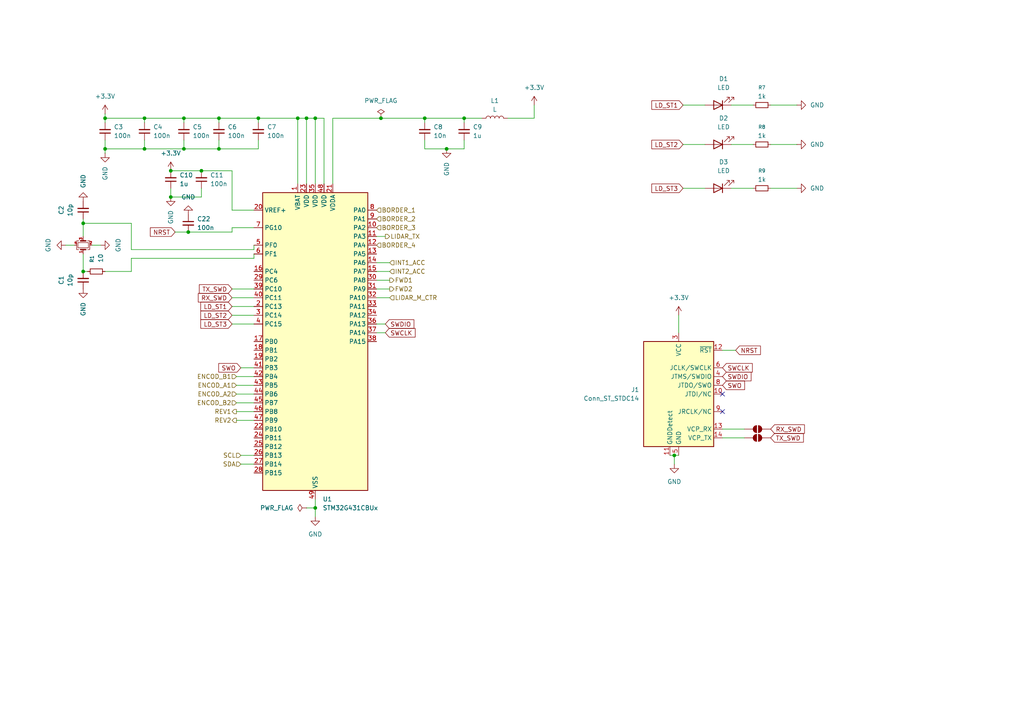
<source format=kicad_sch>
(kicad_sch (version 20250114) (generator "eeschema") (generator_version "9.0")
  (paper "A4")
  (lib_symbols
    (symbol "Connector:Conn_ST_STDC14"
      (property "Reference" "J" (at -8.89 16.51 0))
      (property "Value" "Conn_ST_STDC14" (at 17.78 16.51 0))
      (symbol "Conn_ST_STDC14_0_1"
        (rectangle (start -10.16 15.24) (end 10.16 -15.24) (stroke (width 0.254)) (fill (type background)))
      )
      (symbol "Conn_ST_STDC14_1_1"
        (pin no_connect line (at -10.16 5.08 0) (length 2.54) (hide yes) (name "NC") (number "1"))
        (pin no_connect line (at -10.16 2.54 0) (length 2.54) (hide yes) (name "NC") (number "2"))
        (pin passive line (at -2.54 -17.78 90) (length 2.54) (name "GNDDetect") (number "11"))
        (pin power_in line (at 0 17.78 270) (length 2.54) (name "VCC") (number "3"))
        (pin power_in line (at 0 -17.78 90) (length 2.54) (name "GND") (number "5"))
        (pin passive line (at 0 -17.78 90) (length 2.54) (hide yes) (name "GND") (number "7"))
        (pin open_collector line (at 12.7 12.7 180) (length 2.54) (name "~{RST}") (number "12"))
        (pin output line (at 12.7 7.62 180) (length 2.54) (name "JCLK/SWCLK") (number "6"))
        (pin bidirectional line (at 12.7 5.08 180) (length 2.54) (name "JTMS/SWDIO") (number "4"))
        (pin input line (at 12.7 2.54 180) (length 2.54) (name "JTDO/SWO") (number "8"))
        (pin output line (at 12.7 0 180) (length 2.54) (name "JTDI/NC") (number "10"))
        (pin input line (at 12.7 -5.08 180) (length 2.54) (name "JRCLK/NC") (number "9"))
        (pin output line (at 12.7 -10.16 180) (length 2.54) (name "VCP_RX") (number "13"))
        (pin input line (at 12.7 -12.7 180) (length 2.54) (name "VCP_TX") (number "14"))
      )
    )
    (symbol "Device:C_Small" (pin_numbers (hide yes)) (pin_names (offset 0.254) (hide yes))
      (property "Reference" "C" (at 0.254 1.778 0))
      (property "Value" "C_Small" (at 0.254 -2.032 0))
      (symbol "C_Small_0_1"
        (polyline (pts (xy -1.524 0.508) (xy 1.524 0.508)) (stroke (width 0.3048)))
        (polyline (pts (xy -1.524 -0.508) (xy 1.524 -0.508)) (stroke (width 0.3302)))
      )
      (symbol "C_Small_1_1"
        (pin passive line (at 0 2.54 270) (length 2.032) (name "~") (number "1"))
        (pin passive line (at 0 -2.54 90) (length 2.032) (name "~") (number "2"))
      )
    )
    (symbol "Device:Crystal_GND24_Small" (pin_names (offset 1.016) (hide yes))
      (property "Reference" "Y" (at 1.27 4.445 0))
      (property "Value" "Crystal_GND24_Small" (at 1.27 2.54 0))
      (symbol "Crystal_GND24_Small_0_1"
        (polyline (pts (xy -1.27 1.27) (xy -1.27 1.905) (xy 1.27 1.905) (xy 1.27 1.27)))
        (polyline (pts (xy -1.27 -0.762) (xy -1.27 0.762)) (stroke (width 0.381)))
        (polyline (pts (xy -1.27 -1.27) (xy -1.27 -1.905) (xy 1.27 -1.905) (xy 1.27 -1.27)))
        (rectangle (start -0.762 -1.524) (end 0.762 1.524))
        (polyline (pts (xy 1.27 -0.762) (xy 1.27 0.762)) (stroke (width 0.381)))
      )
      (symbol "Crystal_GND24_Small_1_1"
        (pin passive line (at -2.54 0 0) (length 1.27) (name "1") (number "1"))
        (pin passive line (at 0 2.54 270) (length 0.635) (name "4") (number "4"))
        (pin passive line (at 0 -2.54 90) (length 0.635) (name "2") (number "2"))
        (pin passive line (at 2.54 0 180) (length 1.27) (name "3") (number "3"))
      )
    )
    (symbol "Device:L" (pin_numbers (hide yes)) (pin_names (offset 1.016) (hide yes))
      (property "Reference" "L" (at -1.27 0 90))
      (property "Value" "L" (at 1.905 0 90))
      (symbol "L_0_1"
        (arc (start 0 2.54) (mid 0.6323 1.905) (end 0 1.27))
        (arc (start 0 1.27) (mid 0.6323 0.635) (end 0 0))
        (arc (start 0 0) (mid 0.6323 -0.635) (end 0 -1.27))
        (arc (start 0 -1.27) (mid 0.6323 -1.905) (end 0 -2.54))
      )
      (symbol "L_1_1"
        (pin passive line (at 0 3.81 270) (length 1.27) (name "1") (number "1"))
        (pin passive line (at 0 -3.81 90) (length 1.27) (name "2") (number "2"))
      )
    )
    (symbol "Device:LED" (pin_numbers (hide yes)) (pin_names (offset 1.016) (hide yes))
      (property "Reference" "D" (at 0 2.54 0))
      (property "Value" "LED" (at 0 -2.54 0))
      (symbol "LED_0_1"
        (polyline (pts (xy -3.048 -0.762) (xy -4.572 -2.286) (xy -3.81 -2.286) (xy -4.572 -2.286) (xy -4.572 -1.524)))
        (polyline (pts (xy -1.778 -0.762) (xy -3.302 -2.286) (xy -2.54 -2.286) (xy -3.302 -2.286) (xy -3.302 -1.524)))
        (polyline (pts (xy -1.27 0) (xy 1.27 0)))
        (polyline (pts (xy -1.27 -1.27) (xy -1.27 1.27)) (stroke (width 0.254)))
        (polyline (pts (xy 1.27 -1.27) (xy 1.27 1.27) (xy -1.27 0) (xy 1.27 -1.27)) (stroke (width 0.254)))
      )
      (symbol "LED_1_1"
        (pin passive line (at -3.81 0 0) (length 2.54) (name "K") (number "1"))
        (pin passive line (at 3.81 0 180) (length 2.54) (name "A") (number "2"))
      )
    )
    (symbol "Device:R_Small" (pin_numbers (hide yes)) (pin_names (offset 0.254) (hide yes))
      (property "Reference" "R" (at 0 0 90))
      (property "Value" "R_Small" (at 1.778 0 90))
      (symbol "R_Small_0_1"
        (rectangle (start -0.762 1.778) (end 0.762 -1.778) (stroke (width 0.2032)))
      )
      (symbol "R_Small_1_1"
        (pin passive line (at 0 2.54 270) (length 0.762) (name "~") (number "1"))
        (pin passive line (at 0 -2.54 90) (length 0.762) (name "~") (number "2"))
      )
    )
    (symbol "Jumper:SolderJumper_2_Open" (pin_numbers (hide yes)) (pin_names (offset 0) (hide yes)) (in_bom no)
      (property "Reference" "JP" (at 0 2.032 0))
      (property "Value" "SolderJumper_2_Open" (at 0 -2.54 0))
      (symbol "SolderJumper_2_Open_0_1"
        (polyline (pts (xy -0.254 1.016) (xy -0.254 -1.016)))
        (arc (start -0.254 -1.016) (mid -1.2656 0) (end -0.254 1.016))
        (arc (start -0.254 -1.016) (mid -1.2656 0) (end -0.254 1.016) (fill (type outline)))
        (arc (start 0.254 1.016) (mid 1.2656 0) (end 0.254 -1.016))
        (arc (start 0.254 1.016) (mid 1.2656 0) (end 0.254 -1.016) (fill (type outline)))
        (polyline (pts (xy 0.254 1.016) (xy 0.254 -1.016)))
      )
      (symbol "SolderJumper_2_Open_1_1"
        (pin passive line (at -3.81 0 0) (length 2.54) (name "A") (number "1"))
        (pin passive line (at 3.81 0 180) (length 2.54) (name "B") (number "2"))
      )
    )
    (symbol "MCU_ST_STM32G4:STM32G431CBUx"
      (property "Reference" "U" (at -15.24 44.45 0))
      (property "Value" "STM32G431CBUx" (at 7.62 44.45 0))
      (symbol "STM32G431CBUx_0_1"
        (rectangle (start -15.24 -43.18) (end 15.24 43.18) (stroke (width 0.254)) (fill (type background)))
      )
      (symbol "STM32G431CBUx_1_1"
        (pin input line (at -17.78 38.1 0) (length 2.54) (name "VREF+") (number "20"))
        (pin bidirectional line (at -17.78 33.02 0) (length 2.54) (name "PG10") (number "7"))
        (pin bidirectional line (at -17.78 27.94 0) (length 2.54) (name "PF0") (number "5"))
        (pin bidirectional line (at -17.78 25.4 0) (length 2.54) (name "PF1") (number "6"))
        (pin bidirectional line (at -17.78 20.32 0) (length 2.54) (name "PC4") (number "16"))
        (pin bidirectional line (at -17.78 17.78 0) (length 2.54) (name "PC6") (number "29"))
        (pin bidirectional line (at -17.78 15.24 0) (length 2.54) (name "PC10") (number "39"))
        (pin bidirectional line (at -17.78 12.7 0) (length 2.54) (name "PC11") (number "40"))
        (pin bidirectional line (at -17.78 10.16 0) (length 2.54) (name "PC13") (number "2"))
        (pin bidirectional line (at -17.78 7.62 0) (length 2.54) (name "PC14") (number "3"))
        (pin bidirectional line (at -17.78 5.08 0) (length 2.54) (name "PC15") (number "4"))
        (pin bidirectional line (at -17.78 0 0) (length 2.54) (name "PB0") (number "17"))
        (pin bidirectional line (at -17.78 -2.54 0) (length 2.54) (name "PB1") (number "18"))
        (pin bidirectional line (at -17.78 -5.08 0) (length 2.54) (name "PB2") (number "19"))
        (pin bidirectional line (at -17.78 -7.62 0) (length 2.54) (name "PB3") (number "41"))
        (pin bidirectional line (at -17.78 -10.16 0) (length 2.54) (name "PB4") (number "42"))
        (pin bidirectional line (at -17.78 -12.7 0) (length 2.54) (name "PB5") (number "43"))
        (pin bidirectional line (at -17.78 -15.24 0) (length 2.54) (name "PB6") (number "44"))
        (pin bidirectional line (at -17.78 -17.78 0) (length 2.54) (name "PB7") (number "45"))
        (pin bidirectional line (at -17.78 -20.32 0) (length 2.54) (name "PB8") (number "46"))
        (pin bidirectional line (at -17.78 -22.86 0) (length 2.54) (name "PB9") (number "47"))
        (pin bidirectional line (at -17.78 -25.4 0) (length 2.54) (name "PB10") (number "22"))
        (pin bidirectional line (at -17.78 -27.94 0) (length 2.54) (name "PB11") (number "24"))
        (pin bidirectional line (at -17.78 -30.48 0) (length 2.54) (name "PB12") (number "25"))
        (pin bidirectional line (at -17.78 -33.02 0) (length 2.54) (name "PB13") (number "26"))
        (pin bidirectional line (at -17.78 -35.56 0) (length 2.54) (name "PB14") (number "27"))
        (pin bidirectional line (at -17.78 -38.1 0) (length 2.54) (name "PB15") (number "28"))
        (pin power_in line (at -5.08 45.72 270) (length 2.54) (name "VBAT") (number "1"))
        (pin power_in line (at -2.54 45.72 270) (length 2.54) (name "VDD") (number "23"))
        (pin power_in line (at 0 45.72 270) (length 2.54) (name "VDD") (number "35"))
        (pin power_in line (at 0 -45.72 90) (length 2.54) (name "VSS") (number "49"))
        (pin power_in line (at 2.54 45.72 270) (length 2.54) (name "VDD") (number "48"))
        (pin power_in line (at 5.08 45.72 270) (length 2.54) (name "VDDA") (number "21"))
        (pin bidirectional line (at 17.78 38.1 180) (length 2.54) (name "PA0") (number "8"))
        (pin bidirectional line (at 17.78 35.56 180) (length 2.54) (name "PA1") (number "9"))
        (pin bidirectional line (at 17.78 33.02 180) (length 2.54) (name "PA2") (number "10"))
        (pin bidirectional line (at 17.78 30.48 180) (length 2.54) (name "PA3") (number "11"))
        (pin bidirectional line (at 17.78 27.94 180) (length 2.54) (name "PA4") (number "12"))
        (pin bidirectional line (at 17.78 25.4 180) (length 2.54) (name "PA5") (number "13"))
        (pin bidirectional line (at 17.78 22.86 180) (length 2.54) (name "PA6") (number "14"))
        (pin bidirectional line (at 17.78 20.32 180) (length 2.54) (name "PA7") (number "15"))
        (pin bidirectional line (at 17.78 17.78 180) (length 2.54) (name "PA8") (number "30"))
        (pin bidirectional line (at 17.78 15.24 180) (length 2.54) (name "PA9") (number "31"))
        (pin bidirectional line (at 17.78 12.7 180) (length 2.54) (name "PA10") (number "32"))
        (pin bidirectional line (at 17.78 10.16 180) (length 2.54) (name "PA11") (number "33"))
        (pin bidirectional line (at 17.78 7.62 180) (length 2.54) (name "PA12") (number "34"))
        (pin bidirectional line (at 17.78 5.08 180) (length 2.54) (name "PA13") (number "36"))
        (pin bidirectional line (at 17.78 2.54 180) (length 2.54) (name "PA14") (number "37"))
        (pin bidirectional line (at 17.78 0 180) (length 2.54) (name "PA15") (number "38"))
      )
    )
    (symbol "power:+3.3V" (power) (pin_numbers (hide yes)) (pin_names (offset 0) (hide yes))
      (property "Value" "+3.3V" (at 0 3.556 0))
      (symbol "+3.3V_0_1"
        (polyline (pts (xy -0.762 1.27) (xy 0 2.54)))
        (polyline (pts (xy 0 2.54) (xy 0.762 1.27)))
        (polyline (pts (xy 0 0) (xy 0 2.54)))
      )
      (symbol "+3.3V_1_1"
        (pin power_in line (at 0 0 90) (length 0) (name "~") (number "1"))
      )
    )
    (symbol "power:GND" (power) (pin_numbers (hide yes)) (pin_names (offset 0) (hide yes))
      (property "Value" "GND" (at 0 -3.81 0))
      (symbol "GND_0_1"
        (polyline (pts (xy 0 0) (xy 0 -1.27) (xy 1.27 -1.27) (xy 0 -2.54) (xy -1.27 -1.27) (xy 0 -1.27)))
      )
      (symbol "GND_1_1"
        (pin power_in line (at 0 0 270) (length 0) (name "~") (number "1"))
      )
    )
    (symbol "power:PWR_FLAG" (power) (pin_numbers (hide yes)) (pin_names (offset 0) (hide yes))
      (property "Value" "PWR_FLAG" (at 0 3.81 0))
      (symbol "PWR_FLAG_0_0"
        (pin power_out line (at 0 0 90) (length 0) (name "~") (number "1"))
      )
      (symbol "PWR_FLAG_0_1"
        (polyline (pts (xy 0 0) (xy 0 1.27) (xy -1.016 1.905) (xy 0 2.54) (xy 1.016 1.905) (xy 0 1.27)))
      )
    )
  )
  (junction (at 91.44 34.29))
  (junction (at 74.93 34.29))
  (junction (at 54.61 67.31))
  (junction (at 24.13 64.77))
  (junction (at 53.34 43.18))
  (junction (at 30.48 43.18))
  (junction (at 129.54 43.18))
  (junction (at 49.53 49.53))
  (junction (at 41.91 34.29))
  (junction (at 91.44 147.32))
  (junction (at 49.53 57.15))
  (junction (at 123.19 34.29))
  (junction (at 195.58 132.08))
  (junction (at 63.5 43.18))
  (junction (at 88.9 34.29))
  (junction (at 24.13 78.74))
  (junction (at 134.62 34.29))
  (junction (at 86.36 34.29))
  (junction (at 63.5 34.29))
  (junction (at 30.48 34.29))
  (junction (at 58.42 49.53))
  (junction (at 53.34 34.29))
  (junction (at 110.49 34.29))
  (junction (at 41.91 43.18))
  (no_connect (at 209.55 114.3))
  (no_connect (at 209.55 119.38))
  (wire (pts (xy 68.58 114.3) (xy 73.66 114.3)))
  (wire (pts (xy 69.85 132.08) (xy 73.66 132.08)))
  (wire (pts (xy 109.22 83.82) (xy 113.03 83.82)))
  (wire (pts (xy 110.49 34.29) (xy 123.19 34.29)))
  (wire (pts (xy 74.93 40.64) (xy 74.93 43.18)))
  (wire (pts (xy 53.34 35.56) (xy 53.34 34.29)))
  (wire (pts (xy 41.91 35.56) (xy 41.91 34.29)))
  (wire (pts (xy 30.48 34.29) (xy 30.48 35.56)))
  (wire (pts (xy 109.22 78.74) (xy 113.03 78.74)))
  (wire (pts (xy 74.93 35.56) (xy 74.93 34.29)))
  (wire (pts (xy 68.58 109.22) (xy 73.66 109.22)))
  (wire (pts (xy 123.19 34.29) (xy 134.62 34.29)))
  (wire (pts (xy 154.94 34.29) (xy 147.32 34.29)))
  (wire (pts (xy 212.09 41.91) (xy 218.44 41.91)))
  (wire (pts (xy 21.59 71.12) (xy 19.05 71.12)))
  (wire (pts (xy 123.19 40.64) (xy 123.19 43.18)))
  (wire (pts (xy 74.93 34.29) (xy 86.36 34.29)))
  (wire (pts (xy 30.48 33.02) (xy 30.48 34.29)))
  (wire (pts (xy 69.85 134.62) (xy 73.66 134.62)))
  (wire (pts (xy 109.22 81.28) (xy 113.03 81.28)))
  (wire (pts (xy 154.94 30.48) (xy 154.94 34.29)))
  (wire (pts (xy 209.55 101.6) (xy 213.36 101.6)))
  (wire (pts (xy 198.12 41.91) (xy 204.47 41.91)))
  (wire (pts (xy 223.52 30.48) (xy 231.14 30.48)))
  (wire (pts (xy 134.62 34.29) (xy 139.7 34.29)))
  (wire (pts (xy 223.52 54.61) (xy 231.14 54.61)))
  (wire (pts (xy 195.58 132.08) (xy 195.58 134.62)))
  (wire (pts (xy 198.12 30.48) (xy 204.47 30.48)))
  (wire (pts (xy 53.34 34.29) (xy 63.5 34.29)))
  (wire (pts (xy 26.67 71.12) (xy 29.21 71.12)))
  (wire (pts (xy 123.19 43.18) (xy 129.54 43.18)))
  (wire (pts (xy 53.34 40.64) (xy 53.34 43.18)))
  (wire (pts (xy 24.13 63.5) (xy 24.13 64.77)))
  (wire (pts (xy 69.85 106.68) (xy 73.66 106.68)))
  (wire (pts (xy 109.22 86.36) (xy 113.03 86.36)))
  (wire (pts (xy 30.48 34.29) (xy 41.91 34.29)))
  (wire (pts (xy 30.48 78.74) (xy 38.1 78.74)))
  (wire (pts (xy 49.53 49.53) (xy 58.42 49.53)))
  (wire (pts (xy 96.52 34.29) (xy 110.49 34.29)))
  (wire (pts (xy 96.52 53.34) (xy 96.52 34.29)))
  (wire (pts (xy 195.58 132.08) (xy 196.85 132.08)))
  (wire (pts (xy 67.31 66.04) (xy 67.31 67.31)))
  (wire (pts (xy 109.22 96.52) (xy 111.76 96.52)))
  (wire (pts (xy 123.19 34.29) (xy 123.19 35.56)))
  (wire (pts (xy 134.62 35.56) (xy 134.62 34.29)))
  (wire (pts (xy 38.1 74.93) (xy 73.66 74.93)))
  (wire (pts (xy 88.9 34.29) (xy 88.9 53.34)))
  (wire (pts (xy 41.91 34.29) (xy 53.34 34.29)))
  (wire (pts (xy 67.31 60.96) (xy 73.66 60.96)))
  (wire (pts (xy 58.42 54.61) (xy 58.42 57.15)))
  (wire (pts (xy 134.62 43.18) (xy 129.54 43.18)))
  (wire (pts (xy 134.62 40.64) (xy 134.62 43.18)))
  (wire (pts (xy 24.13 78.74) (xy 25.4 78.74)))
  (wire (pts (xy 109.22 93.98) (xy 111.76 93.98)))
  (wire (pts (xy 63.5 40.64) (xy 63.5 43.18)))
  (wire (pts (xy 41.91 43.18) (xy 53.34 43.18)))
  (wire (pts (xy 91.44 147.32) (xy 91.44 149.86)))
  (wire (pts (xy 30.48 43.18) (xy 30.48 44.45)))
  (wire (pts (xy 67.31 67.31) (xy 54.61 67.31)))
  (wire (pts (xy 67.31 60.96) (xy 67.31 49.53)))
  (wire (pts (xy 73.66 72.39) (xy 73.66 71.12)))
  (wire (pts (xy 38.1 72.39) (xy 38.1 64.77)))
  (wire (pts (xy 50.8 67.31) (xy 54.61 67.31)))
  (wire (pts (xy 68.58 111.76) (xy 73.66 111.76)))
  (wire (pts (xy 63.5 34.29) (xy 74.93 34.29)))
  (wire (pts (xy 212.09 54.61) (xy 218.44 54.61)))
  (wire (pts (xy 67.31 93.98) (xy 73.66 93.98)))
  (wire (pts (xy 38.1 72.39) (xy 73.66 72.39)))
  (wire (pts (xy 68.58 121.92) (xy 73.66 121.92)))
  (wire (pts (xy 212.09 30.48) (xy 218.44 30.48)))
  (wire (pts (xy 67.31 86.36) (xy 73.66 86.36)))
  (wire (pts (xy 38.1 64.77) (xy 24.13 64.77)))
  (wire (pts (xy 109.22 68.58) (xy 111.76 68.58)))
  (wire (pts (xy 91.44 144.78) (xy 91.44 147.32)))
  (wire (pts (xy 93.98 34.29) (xy 91.44 34.29)))
  (wire (pts (xy 41.91 43.18) (xy 30.48 43.18)))
  (wire (pts (xy 63.5 35.56) (xy 63.5 34.29)))
  (wire (pts (xy 24.13 78.74) (xy 24.13 73.66)))
  (wire (pts (xy 91.44 34.29) (xy 91.44 53.34)))
  (wire (pts (xy 67.31 88.9) (xy 73.66 88.9)))
  (wire (pts (xy 86.36 34.29) (xy 86.36 53.34)))
  (wire (pts (xy 67.31 83.82) (xy 73.66 83.82)))
  (wire (pts (xy 24.13 64.77) (xy 24.13 68.58)))
  (wire (pts (xy 67.31 49.53) (xy 58.42 49.53)))
  (wire (pts (xy 74.93 43.18) (xy 63.5 43.18)))
  (wire (pts (xy 53.34 43.18) (xy 63.5 43.18)))
  (wire (pts (xy 88.9 147.32) (xy 91.44 147.32)))
  (wire (pts (xy 41.91 40.64) (xy 41.91 43.18)))
  (wire (pts (xy 91.44 34.29) (xy 88.9 34.29)))
  (wire (pts (xy 68.58 119.38) (xy 73.66 119.38)))
  (wire (pts (xy 30.48 40.64) (xy 30.48 43.18)))
  (wire (pts (xy 68.58 116.84) (xy 73.66 116.84)))
  (wire (pts (xy 49.53 54.61) (xy 49.53 57.15)))
  (wire (pts (xy 209.55 127) (xy 215.9 127)))
  (wire (pts (xy 93.98 53.34) (xy 93.98 34.29)))
  (wire (pts (xy 86.36 34.29) (xy 88.9 34.29)))
  (wire (pts (xy 223.52 41.91) (xy 231.14 41.91)))
  (wire (pts (xy 198.12 54.61) (xy 204.47 54.61)))
  (wire (pts (xy 67.31 91.44) (xy 73.66 91.44)))
  (wire (pts (xy 209.55 124.46) (xy 215.9 124.46)))
  (wire (pts (xy 109.22 76.2) (xy 113.03 76.2)))
  (wire (pts (xy 196.85 91.44) (xy 196.85 96.52)))
  (wire (pts (xy 73.66 74.93) (xy 73.66 73.66)))
  (wire (pts (xy 73.66 66.04) (xy 67.31 66.04)))
  (wire (pts (xy 194.31 132.08) (xy 195.58 132.08)))
  (wire (pts (xy 58.42 57.15) (xy 49.53 57.15)))
  (wire (pts (xy 38.1 78.74) (xy 38.1 74.93)))
  (global_label "TX_SWD" (shape input) (at 223.52 127 0) (property "Intersheetrefs" "${INTERSHEET_REFS}" (effects (hide yes))))
  (global_label "NRST" (shape input) (at 213.36 101.6 0) (property "Intersheetrefs" "${INTERSHEET_REFS}" (effects (hide yes))))
  (global_label "SWDIO" (shape input) (at 209.55 109.22 0) (property "Intersheetrefs" "${INTERSHEET_REFS}" (effects (hide yes))))
  (global_label "SWCLK" (shape input) (at 209.55 106.68 0) (property "Intersheetrefs" "${INTERSHEET_REFS}" (effects (hide yes))))
  (global_label "LD_ST3" (shape input) (at 198.12 54.61 180) (property "Intersheetrefs" "${INTERSHEET_REFS}" (effects (hide yes))))
  (global_label "RX_SWD" (shape input) (at 67.31 86.36 180) (property "Intersheetrefs" "${INTERSHEET_REFS}" (effects (hide yes))))
  (global_label "SWCLK" (shape input) (at 111.76 96.52 0) (property "Intersheetrefs" "${INTERSHEET_REFS}" (effects (hide yes))))
  (global_label "LD_ST2" (shape input) (at 198.12 41.91 180) (property "Intersheetrefs" "${INTERSHEET_REFS}" (effects (hide yes))))
  (global_label "SWO" (shape input) (at 69.85 106.68 180) (property "Intersheetrefs" "${INTERSHEET_REFS}" (effects (hide yes))))
  (global_label "TX_SWD" (shape input) (at 67.31 83.82 180) (property "Intersheetrefs" "${INTERSHEET_REFS}" (effects (hide yes))))
  (global_label "LD_ST2" (shape input) (at 67.31 91.44 180) (property "Intersheetrefs" "${INTERSHEET_REFS}" (effects (hide yes))))
  (global_label "SWDIO" (shape input) (at 111.76 93.98 0) (property "Intersheetrefs" "${INTERSHEET_REFS}" (effects (hide yes))))
  (global_label "LD_ST1" (shape input) (at 198.12 30.48 180) (property "Intersheetrefs" "${INTERSHEET_REFS}" (effects (hide yes))))
  (global_label "LD_ST3" (shape input) (at 67.31 93.98 180) (property "Intersheetrefs" "${INTERSHEET_REFS}" (effects (hide yes))))
  (global_label "SWO" (shape input) (at 209.55 111.76 0) (property "Intersheetrefs" "${INTERSHEET_REFS}" (effects (hide yes))))
  (global_label "NRST" (shape input) (at 50.8 67.31 180) (property "Intersheetrefs" "${INTERSHEET_REFS}" (effects (hide yes))))
  (global_label "RX_SWD" (shape input) (at 223.52 124.46 0) (property "Intersheetrefs" "${INTERSHEET_REFS}" (effects (hide yes))))
  (global_label "LD_ST1" (shape input) (at 67.31 88.9 180) (property "Intersheetrefs" "${INTERSHEET_REFS}" (effects (hide yes))))
  (hierarchical_label "ENCOD_A2" (shape input) (at 68.58 114.3 180))
  (hierarchical_label "ENCOD_B1" (shape input) (at 68.58 109.22 180))
  (hierarchical_label "FWD1" (shape output) (at 113.03 81.28 0))
  (hierarchical_label "BORDER_1" (shape input) (at 109.22 60.96 0))
  (hierarchical_label "BORDER_3" (shape input) (at 109.22 66.04 0))
  (hierarchical_label "ENCOD_A1" (shape input) (at 68.58 111.76 180))
  (hierarchical_label "LIDAR_TX" (shape output) (at 111.76 68.58 0))
  (hierarchical_label "SCL" (shape input) (at 69.85 132.08 180))
  (hierarchical_label "BORDER_4" (shape input) (at 109.22 71.12 0))
  (hierarchical_label "FWD2" (shape output) (at 113.03 83.82 0))
  (hierarchical_label "LIDAR_M_CTR" (shape input) (at 113.03 86.36 0))
  (hierarchical_label "SDA" (shape input) (at 69.85 134.62 180))
  (hierarchical_label "REV1" (shape output) (at 68.58 119.38 180))
  (hierarchical_label "REV2" (shape output) (at 68.58 121.92 180))
  (hierarchical_label "INT2_ACC" (shape input) (at 113.03 78.74 0))
  (hierarchical_label "BORDER_2" (shape input) (at 109.22 63.5 0))
  (hierarchical_label "ENCOD_B2" (shape input) (at 68.58 116.84 180))
  (hierarchical_label "INT1_ACC" (shape input) (at 113.03 76.2 0))
  (symbol (lib_id "power:GND") (at 195.58 134.62 0) (unit 1)
    (property "Reference" "#PWR013" (effects (hide yes)))
    (property "Value" "GND" (at 195.58 139.7 0))
    (property "Description" "Power symbol creates a global label with name \"GND\" , ground" (effects (hide yes)))
  )
  (symbol (lib_id "Jumper:SolderJumper_2_Open") (at 219.71 124.46 0) (unit 1) (in_bom no)
    (property "Reference" "JP1" (effects (hide yes)))
    (property "Value" "SolderJumper_2_Open" (effects (hide yes)))
    (property "Footprint" "Jumper:SolderJumper-2_P1.3mm_Open_RoundedPad1.0x1.5mm" (effects (hide yes)))
    (property "Description" "Solder Jumper, 2-pole, open" (effects (hide yes)))
  )
  (symbol (lib_id "Device:C_Small") (at 123.19 38.1 180) (unit 1)
    (property "Reference" "C8" (at 125.73 36.8235 0) (effects (justify right)))
    (property "Value" "10n" (at 125.73 39.3635 0) (effects (justify right)))
    (property "Footprint" "Capacitor_SMD:C_0402_1005Metric" (effects (hide yes)))
    (property "Description" "Unpolarized capacitor, small symbol" (effects (hide yes)))
  )
  (symbol (lib_id "power:PWR_FLAG") (at 110.49 34.29 0) (unit 1)
    (property "Reference" "#FLG02" (effects (hide yes)))
    (property "Value" "PWR_FLAG" (at 110.49 29.21 0))
    (property "Description" "Special symbol for telling ERC where power comes from" (effects (hide yes)))
  )
  (symbol (lib_id "Device:R_Small") (at 27.94 78.74 90) (unit 1)
    (property "Reference" "R1" (at 26.6699 76.2 0) (effects (font (size 1.016 1.016)) (justify left)))
    (property "Value" "10" (at 29.2099 76.2 0) (effects (justify left)))
    (property "Footprint" "Resistor_SMD:R_0402_1005Metric" (effects (hide yes)))
    (property "Description" "Resistor, small symbol" (effects (hide yes)))
  )
  (symbol (lib_id "Device:C_Small") (at 41.91 38.1 180) (unit 1)
    (property "Reference" "C4" (at 44.45 36.8235 0) (effects (justify right)))
    (property "Value" "100n" (at 44.45 39.3635 0) (effects (justify right)))
    (property "Footprint" "Capacitor_SMD:C_0402_1005Metric" (effects (hide yes)))
    (property "Description" "Unpolarized capacitor, small symbol" (effects (hide yes)))
  )
  (symbol (lib_id "Device:L") (at 143.51 34.29 90) (unit 1)
    (property "Reference" "L1" (at 143.51 29.21 90))
    (property "Value" "L" (at 143.51 31.75 90))
    (property "Description" "Inductor" (effects (hide yes)))
  )
  (symbol (lib_id "power:GND") (at 30.48 44.45 0) (unit 1)
    (property "Reference" "#PWR09" (effects (hide yes)))
    (property "Value" "GND" (at 30.4799 48.26 90) (effects (justify right)))
    (property "Description" "Power symbol creates a global label with name \"GND\" , ground" (effects (hide yes)))
  )
  (symbol (lib_id "Device:R_Small") (at 220.98 54.61 90) (unit 1)
    (property "Reference" "R9" (at 220.98 49.53 90) (effects (font (size 1.016 1.016))))
    (property "Value" "1k" (at 220.98 52.07 90))
    (property "Description" "Resistor, small symbol" (effects (hide yes)))
  )
  (symbol (lib_id "power:GND") (at 231.14 30.48 90) (unit 1)
    (property "Reference" "#PWR036" (effects (hide yes)))
    (property "Value" "GND" (at 234.95 30.4799 90) (effects (justify right)))
    (property "Description" "Power symbol creates a global label with name \"GND\" , ground" (effects (hide yes)))
  )
  (symbol (lib_id "power:GND") (at 129.54 43.18 0) (unit 1)
    (property "Reference" "#PWR08" (effects (hide yes)))
    (property "Value" "GND" (at 129.5399 46.99 90) (effects (justify right)))
    (property "Description" "Power symbol creates a global label with name \"GND\" , ground" (effects (hide yes)))
  )
  (symbol (lib_id "Device:C_Small") (at 58.42 52.07 180) (unit 1)
    (property "Reference" "C11" (at 60.96 50.7935 0) (effects (justify right)))
    (property "Value" "100n" (at 60.96 53.3335 0) (effects (justify right)))
    (property "Footprint" "Capacitor_SMD:C_0402_1005Metric" (effects (hide yes)))
    (property "Description" "Unpolarized capacitor, small symbol" (effects (hide yes)))
  )
  (symbol (lib_id "Device:C_Small") (at 63.5 38.1 180) (unit 1)
    (property "Reference" "C6" (at 66.04 36.8235 0) (effects (justify right)))
    (property "Value" "100n" (at 66.04 39.3635 0) (effects (justify right)))
    (property "Footprint" "Capacitor_SMD:C_0402_1005Metric" (effects (hide yes)))
    (property "Description" "Unpolarized capacitor, small symbol" (effects (hide yes)))
  )
  (symbol (lib_id "Device:LED") (at 208.28 30.48 180) (unit 1)
    (property "Reference" "D1" (at 209.8675 22.86 0))
    (property "Value" "LED" (at 209.8675 25.4 0))
    (property "Description" "Light emitting diode" (effects (hide yes)))
    (property "Sim.Pins" "1=K 2=A" (effects (hide yes)))
  )
  (symbol (lib_id "Device:C_Small") (at 53.34 38.1 180) (unit 1)
    (property "Reference" "C5" (at 55.88 36.8235 0) (effects (justify right)))
    (property "Value" "100n" (at 55.88 39.3635 0) (effects (justify right)))
    (property "Footprint" "Capacitor_SMD:C_0402_1005Metric" (effects (hide yes)))
    (property "Description" "Unpolarized capacitor, small symbol" (effects (hide yes)))
  )
  (symbol (lib_id "power:GND") (at 24.13 58.42 180) (unit 1)
    (property "Reference" "#PWR04" (effects (hide yes)))
    (property "Value" "GND" (at 24.1299 54.61 90) (effects (justify right)))
    (property "Description" "Power symbol creates a global label with name \"GND\" , ground" (effects (hide yes)))
  )
  (symbol (lib_id "Device:C_Small") (at 134.62 38.1 180) (unit 1)
    (property "Reference" "C9" (at 137.16 36.8235 0) (effects (justify right)))
    (property "Value" "1u" (at 137.16 39.3635 0) (effects (justify right)))
    (property "Footprint" "Capacitor_SMD:C_0402_1005Metric" (effects (hide yes)))
    (property "Description" "Unpolarized capacitor, small symbol" (effects (hide yes)))
  )
  (symbol (lib_id "power:PWR_FLAG") (at 88.9 147.32 90) (unit 1)
    (property "Reference" "#FLG01" (effects (hide yes)))
    (property "Value" "PWR_FLAG" (at 85.09 147.3199 90) (effects (justify left)))
    (property "Description" "Special symbol for telling ERC where power comes from" (effects (hide yes)))
  )
  (symbol (lib_id "Connector:Conn_ST_STDC14") (at 196.85 114.3 0) (unit 1)
    (property "Reference" "J1" (at 185.42 113.0299 0) (effects (justify right)))
    (property "Value" "Conn_ST_STDC14" (at 185.42 115.5699 0) (effects (justify right)))
    (property "Footprint" "Connector_PinHeader_1.27mm:PinHeader_2x07_P1.27mm_Vertical_SMD" (effects (hide yes)))
    (property "Datasheet" "https://www.st.com/content/ccc/resource/technical/document/user_manual/group1/99/49/91/b6/b2/3a/46/e5/DM00526767/files/DM00526767.pdf/jcr:content/translations/en.DM00526767.pdf" (effects (hide yes)))
    (property "Description" "ST Debug Connector, standard ARM Cortex-M SWD and JTAG interface plus UART" (effects (hide yes)))
  )
  (symbol (lib_id "power:GND") (at 54.61 62.23 180) (unit 1)
    (property "Reference" "#PWR042" (effects (hide yes)))
    (property "Value" "GND" (at 54.61 57.15 0))
    (property "Description" "Power symbol creates a global label with name \"GND\" , ground" (effects (hide yes)))
  )
  (symbol (lib_id "Device:C_Small") (at 49.53 52.07 180) (unit 1)
    (property "Reference" "C10" (at 52.07 50.7935 0) (effects (justify right)))
    (property "Value" "1u" (at 52.07 53.3335 0) (effects (justify right)))
    (property "Footprint" "Capacitor_SMD:C_0402_1005Metric" (effects (hide yes)))
    (property "Description" "Unpolarized capacitor, small symbol" (effects (hide yes)))
  )
  (symbol (lib_id "power:GND") (at 91.44 149.86 0) (unit 1)
    (property "Reference" "#PWR01" (effects (hide yes)))
    (property "Value" "GND" (at 91.44 154.94 0))
    (property "Description" "Power symbol creates a global label with name \"GND\" , ground" (effects (hide yes)))
  )
  (symbol (lib_id "MCU_ST_STM32G4:STM32G431CBUx") (at 91.44 99.06 0) (unit 1)
    (property "Reference" "U1" (at 93.5833 144.78 0) (effects (justify left)))
    (property "Value" "STM32G431CBUx" (at 93.5833 147.32 0) (effects (justify left)))
    (property "Footprint" "Package_DFN_QFN:QFN-48-1EP_7x7mm_P0.5mm_EP5.6x5.6mm" (effects (hide yes)))
    (property "Datasheet" "https://www.st.com/resource/en/datasheet/stm32g431cb.pdf" (effects (hide yes)))
    (property "Description" "STMicroelectronics Arm Cortex-M4 MCU, 128KB flash, 32KB RAM, 170 MHz, 1.71-3.6V, 42 GPIO, UFQFPN48" (effects (hide yes)))
  )
  (symbol (lib_id "Device:C_Small") (at 24.13 81.28 180) (unit 1)
    (property "Reference" "C1" (at 17.78 81.2737 90))
    (property "Value" "10p" (at 20.32 81.2737 90))
    (property "Footprint" "Capacitor_SMD:C_0402_1005Metric" (effects (hide yes)))
    (property "Description" "Unpolarized capacitor, small symbol" (effects (hide yes)))
  )
  (symbol (lib_id "power:GND") (at 49.53 57.15 0) (unit 1)
    (property "Reference" "#PWR011" (effects (hide yes)))
    (property "Value" "GND" (at 49.5299 60.96 90) (effects (justify right)))
    (property "Description" "Power symbol creates a global label with name \"GND\" , ground" (effects (hide yes)))
  )
  (symbol (lib_id "Device:Crystal_GND24_Small") (at 24.13 71.12 90) (unit 1)
    (property "Reference" "Y1" (effects (hide yes)))
    (property "Value" "Crystal_GND24_Small" (effects (hide yes)))
    (property "Footprint" "Crystal:Crystal_SMD_EuroQuartz_MT-4Pin_3.2x2.5mm" (effects (hide yes)))
    (property "Description" "Four pin crystal, GND on pins 2 and 4, small symbol" (effects (hide yes)))
  )
  (symbol (lib_id "Device:LED") (at 208.28 41.91 180) (unit 1)
    (property "Reference" "D2" (at 209.8675 34.29 0))
    (property "Value" "LED" (at 209.8675 36.83 0))
    (property "Description" "Light emitting diode" (effects (hide yes)))
    (property "Sim.Pins" "1=K 2=A" (effects (hide yes)))
  )
  (symbol (lib_id "power:GND") (at 231.14 54.61 90) (unit 1)
    (property "Reference" "#PWR038" (effects (hide yes)))
    (property "Value" "GND" (at 234.95 54.6099 90) (effects (justify right)))
    (property "Description" "Power symbol creates a global label with name \"GND\" , ground" (effects (hide yes)))
  )
  (symbol (lib_id "power:GND") (at 29.21 71.12 90) (unit 1)
    (property "Reference" "#PWR02" (effects (hide yes)))
    (property "Value" "GND" (at 34.29 71.12 0))
    (property "Description" "Power symbol creates a global label with name \"GND\" , ground" (effects (hide yes)))
  )
  (symbol (lib_id "power:+3.3V") (at 49.53 49.53 0) (unit 1)
    (property "Reference" "#PWR010" (effects (hide yes)))
    (property "Value" "+3.3V" (at 49.53 44.45 0))
    (property "Description" "Power symbol creates a global label with name \"+3.3V\"" (effects (hide yes)))
  )
  (symbol (lib_id "Device:C_Small") (at 74.93 38.1 180) (unit 1)
    (property "Reference" "C7" (at 77.47 36.8235 0) (effects (justify right)))
    (property "Value" "100n" (at 77.47 39.3635 0) (effects (justify right)))
    (property "Footprint" "Capacitor_SMD:C_0402_1005Metric" (effects (hide yes)))
    (property "Description" "Unpolarized capacitor, small symbol" (effects (hide yes)))
  )
  (symbol (lib_id "Device:C_Small") (at 24.13 60.96 180) (unit 1)
    (property "Reference" "C2" (at 17.78 60.9537 90))
    (property "Value" "10p" (at 20.32 60.9537 90))
    (property "Footprint" "Capacitor_SMD:C_0402_1005Metric" (effects (hide yes)))
    (property "Description" "Unpolarized capacitor, small symbol" (effects (hide yes)))
  )
  (symbol (lib_id "power:+3.3V") (at 196.85 91.44 0) (unit 1)
    (property "Reference" "#PWR012" (effects (hide yes)))
    (property "Value" "+3.3V" (at 196.85 86.36 0))
    (property "Description" "Power symbol creates a global label with name \"+3.3V\"" (effects (hide yes)))
  )
  (symbol (lib_id "Device:R_Small") (at 220.98 30.48 90) (unit 1)
    (property "Reference" "R7" (at 220.98 25.4 90) (effects (font (size 1.016 1.016))))
    (property "Value" "1k" (at 220.98 27.94 90))
    (property "Description" "Resistor, small symbol" (effects (hide yes)))
  )
  (symbol (lib_id "power:GND") (at 19.05 71.12 270) (unit 1)
    (property "Reference" "#PWR03" (effects (hide yes)))
    (property "Value" "GND" (at 13.97 71.12 0))
    (property "Description" "Power symbol creates a global label with name \"GND\" , ground" (effects (hide yes)))
  )
  (symbol (lib_id "Jumper:SolderJumper_2_Open") (at 219.71 127 0) (unit 1) (in_bom no)
    (property "Reference" "JP2" (effects (hide yes)))
    (property "Value" "SolderJumper_2_Open" (effects (hide yes)))
    (property "Footprint" "Jumper:SolderJumper-2_P1.3mm_Open_RoundedPad1.0x1.5mm" (effects (hide yes)))
    (property "Description" "Solder Jumper, 2-pole, open" (effects (hide yes)))
  )
  (symbol (lib_id "power:+3.3V") (at 30.48 33.02 0) (unit 1)
    (property "Reference" "#PWR06" (effects (hide yes)))
    (property "Value" "+3.3V" (at 30.48 27.94 0))
    (property "Description" "Power symbol creates a global label with name \"+3.3V\"" (effects (hide yes)))
  )
  (symbol (lib_id "power:+3.3V") (at 154.94 30.48 0) (unit 1)
    (property "Reference" "#PWR07" (effects (hide yes)))
    (property "Value" "+3.3V" (at 154.94 25.4 0))
    (property "Description" "Power symbol creates a global label with name \"+3.3V\"" (effects (hide yes)))
  )
  (symbol (lib_id "Device:LED") (at 208.28 54.61 180) (unit 1)
    (property "Reference" "D3" (at 209.8675 46.99 0))
    (property "Value" "LED" (at 209.8675 49.53 0))
    (property "Description" "Light emitting diode" (effects (hide yes)))
    (property "Sim.Pins" "1=K 2=A" (effects (hide yes)))
  )
  (symbol (lib_id "Device:C_Small") (at 54.61 64.77 0) (unit 1)
    (property "Reference" "C22" (at 57.15 63.5062 0) (effects (justify left)))
    (property "Value" "100n" (at 57.15 66.0462 0) (effects (justify left)))
    (property "Description" "Unpolarized capacitor, small symbol" (effects (hide yes)))
  )
  (symbol (lib_id "Device:R_Small") (at 220.98 41.91 90) (unit 1)
    (property "Reference" "R8" (at 220.98 36.83 90) (effects (font (size 1.016 1.016))))
    (property "Value" "1k" (at 220.98 39.37 90))
    (property "Description" "Resistor, small symbol" (effects (hide yes)))
  )
  (symbol (lib_id "power:GND") (at 24.13 83.82 0) (unit 1)
    (property "Reference" "#PWR05" (effects (hide yes)))
    (property "Value" "GND" (at 24.1299 87.63 90) (effects (justify right)))
    (property "Description" "Power symbol creates a global label with name \"GND\" , ground" (effects (hide yes)))
  )
  (symbol (lib_id "power:GND") (at 231.14 41.91 90) (unit 1)
    (property "Reference" "#PWR037" (effects (hide yes)))
    (property "Value" "GND" (at 234.95 41.9099 90) (effects (justify right)))
    (property "Description" "Power symbol creates a global label with name \"GND\" , ground" (effects (hide yes)))
  )
  (symbol (lib_id "Device:C_Small") (at 30.48 38.1 180) (unit 1)
    (property "Reference" "C3" (at 33.02 36.8235 0) (effects (justify right)))
    (property "Value" "100n" (at 33.02 39.3635 0) (effects (justify right)))
    (property "Footprint" "Capacitor_SMD:C_0402_1005Metric" (effects (hide yes)))
    (property "Description" "Unpolarized capacitor, small symbol" (effects (hide yes)))
  )
)
</source>
